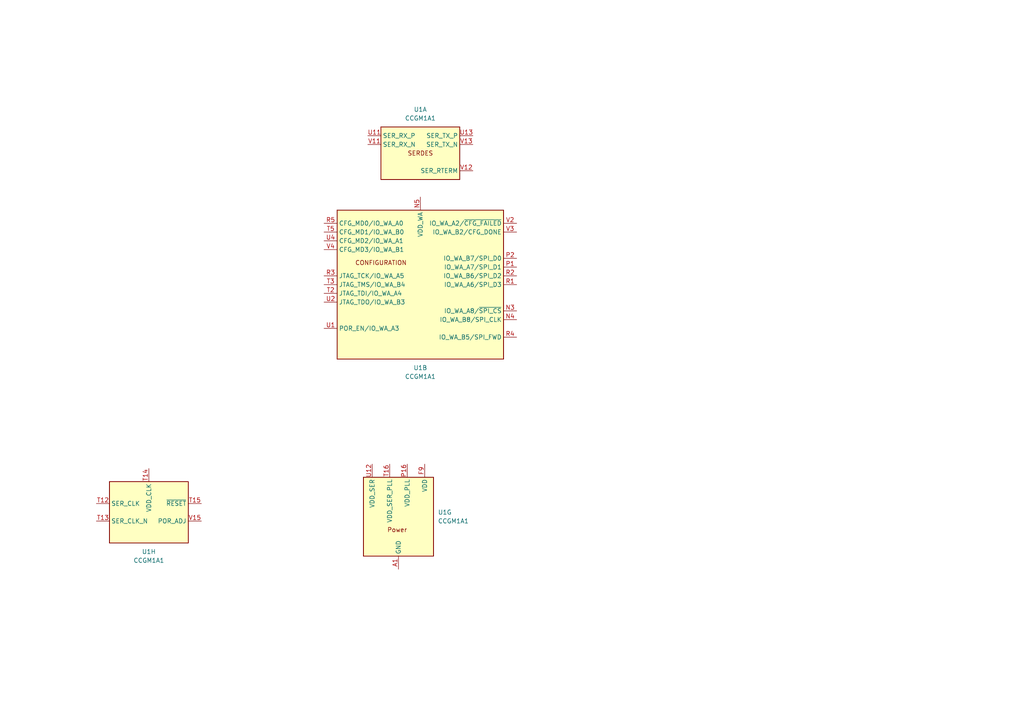
<source format=kicad_sch>
(kicad_sch (version 20250114) (generator "eeschema") (generator_version "9.0")
  (paper "A4")
  (lib_symbols
    (symbol "Connector:SODIMM-200_Split"
      (property "Reference" "J" (at 0 1.27 0))
      (property "Value" "SODIMM-200_Split" (at 0 -1.27 0))
      (symbol "SODIMM-200_Split_1_1"
        (rectangle (start -12.7 25.4) (end 12.7 -26.67) (fill (type background)))
        (pin passive line (at -17.78 22.86 0) (length 5.08) (name "1") (number "1"))
        (pin passive line (at -17.78 20.32 0) (length 5.08) (name "3") (number "3"))
        (pin passive line (at -17.78 17.78 0) (length 5.08) (name "5") (number "5"))
        (pin passive line (at -17.78 15.24 0) (length 5.08) (name "7") (number "7"))
        (pin passive line (at -17.78 12.7 0) (length 5.08) (name "9") (number "9"))
        (pin passive line (at -17.78 10.16 0) (length 5.08) (name "11") (number "11"))
        (pin passive line (at -17.78 7.62 0) (length 5.08) (name "13") (number "13"))
        (pin passive line (at -17.78 5.08 0) (length 5.08) (name "15") (number "15"))
        (pin passive line (at -17.78 2.54 0) (length 5.08) (name "17") (number "17"))
        (pin passive line (at -17.78 0 0) (length 5.08) (name "19") (number "19"))
        (pin passive line (at -17.78 -2.54 0) (length 5.08) (name "21") (number "21"))
        (pin passive line (at -17.78 -5.08 0) (length 5.08) (name "23") (number "23"))
        (pin passive line (at -17.78 -7.62 0) (length 5.08) (name "25") (number "25"))
        (pin passive line (at -17.78 -10.16 0) (length 5.08) (name "27") (number "27"))
        (pin passive line (at -17.78 -12.7 0) (length 5.08) (name "29") (number "29"))
        (pin passive line (at -17.78 -15.24 0) (length 5.08) (name "31") (number "31"))
        (pin passive line (at -17.78 -17.78 0) (length 5.08) (name "33") (number "33"))
        (pin passive line (at -17.78 -20.32 0) (length 5.08) (name "35") (number "35"))
        (pin passive line (at -17.78 -22.86 0) (length 5.08) (name "37") (number "37"))
        (pin passive line (at -17.78 -25.4 0) (length 5.08) (name "39") (number "39"))
        (pin passive line (at 17.78 22.86 180) (length 5.08) (name "2") (number "2"))
        (pin passive line (at 17.78 20.32 180) (length 5.08) (name "4") (number "4"))
        (pin passive line (at 17.78 17.78 180) (length 5.08) (name "6") (number "6"))
        (pin passive line (at 17.78 15.24 180) (length 5.08) (name "8") (number "8"))
        (pin passive line (at 17.78 12.7 180) (length 5.08) (name "10") (number "10"))
        (pin passive line (at 17.78 10.16 180) (length 5.08) (name "12") (number "12"))
        (pin passive line (at 17.78 7.62 180) (length 5.08) (name "14") (number "14"))
        (pin passive line (at 17.78 5.08 180) (length 5.08) (name "16") (number "16"))
        (pin passive line (at 17.78 2.54 180) (length 5.08) (name "18") (number "18"))
        (pin passive line (at 17.78 0 180) (length 5.08) (name "20") (number "20"))
        (pin passive line (at 17.78 -2.54 180) (length 5.08) (name "22") (number "22"))
        (pin passive line (at 17.78 -5.08 180) (length 5.08) (name "24") (number "24"))
        (pin passive line (at 17.78 -7.62 180) (length 5.08) (name "26") (number "26"))
        (pin passive line (at 17.78 -10.16 180) (length 5.08) (name "28") (number "28"))
        (pin passive line (at 17.78 -12.7 180) (length 5.08) (name "30") (number "30"))
        (pin passive line (at 17.78 -15.24 180) (length 5.08) (name "32") (number "32"))
        (pin passive line (at 17.78 -17.78 180) (length 5.08) (name "34") (number "34"))
        (pin passive line (at 17.78 -20.32 180) (length 5.08) (name "36") (number "36"))
        (pin passive line (at 17.78 -22.86 180) (length 5.08) (name "38") (number "38"))
        (pin passive line (at 17.78 -25.4 180) (length 5.08) (name "40") (number "40"))
      )
      (symbol "SODIMM-200_Split_2_1"
        (rectangle (start -12.7 -26.67) (end 12.7 24.13) (fill (type background)))
        (pin passive line (at -17.78 22.86 0) (length 5.08) (name "41") (number "41"))
        (pin passive line (at -17.78 20.32 0) (length 5.08) (name "43") (number "43"))
        (pin passive line (at -17.78 17.78 0) (length 5.08) (name "45") (number "45"))
        (pin passive line (at -17.78 15.24 0) (length 5.08) (name "47") (number "47"))
        (pin passive line (at -17.78 12.7 0) (length 5.08) (name "49") (number "49"))
        (pin passive line (at -17.78 10.16 0) (length 5.08) (name "51") (number "51"))
        (pin passive line (at -17.78 7.62 0) (length 5.08) (name "53") (number "53"))
        (pin passive line (at -17.78 5.08 0) (length 5.08) (name "55") (number "55"))
        (pin passive line (at -17.78 2.54 0) (length 5.08) (name "57") (number "57"))
        (pin passive line (at -17.78 0 0) (length 5.08) (name "59") (number "59"))
        (pin passive line (at -17.78 -2.54 0) (length 5.08) (name "61") (number "61"))
        (pin passive line (at -17.78 -5.08 0) (length 5.08) (name "63") (number "63"))
        (pin passive line (at -17.78 -7.62 0) (length 5.08) (name "65") (number "65"))
        (pin passive line (at -17.78 -10.16 0) (length 5.08) (name "67") (number "67"))
        (pin passive line (at -17.78 -12.7 0) (length 5.08) (name "69") (number "69"))
        (pin passive line (at -17.78 -15.24 0) (length 5.08) (name "71") (number "71"))
        (pin passive line (at -17.78 -17.78 0) (length 5.08) (name "73") (number "73"))
        (pin passive line (at -17.78 -20.32 0) (length 5.08) (name "75") (number "75"))
        (pin passive line (at -17.78 -22.86 0) (length 5.08) (name "77") (number "77"))
        (pin passive line (at -17.78 -25.4 0) (length 5.08) (name "79") (number "79"))
        (pin passive line (at 17.78 22.86 180) (length 5.08) (name "42") (number "42"))
        (pin passive line (at 17.78 20.32 180) (length 5.08) (name "44") (number "44"))
        (pin passive line (at 17.78 17.78 180) (length 5.08) (name "46") (number "46"))
        (pin passive line (at 17.78 15.24 180) (length 5.08) (name "48") (number "48"))
        (pin passive line (at 17.78 12.7 180) (length 5.08) (name "50") (number "50"))
        (pin passive line (at 17.78 10.16 180) (length 5.08) (name "52") (number "52"))
        (pin passive line (at 17.78 7.62 180) (length 5.08) (name "54") (number "54"))
        (pin passive line (at 17.78 5.08 180) (length 5.08) (name "56") (number "56"))
        (pin passive line (at 17.78 2.54 180) (length 5.08) (name "58") (number "58"))
        (pin passive line (at 17.78 0 180) (length 5.08) (name "60") (number "60"))
        (pin passive line (at 17.78 -2.54 180) (length 5.08) (name "62") (number "62"))
        (pin passive line (at 17.78 -5.08 180) (length 5.08) (name "64") (number "64"))
        (pin passive line (at 17.78 -7.62 180) (length 5.08) (name "66") (number "66"))
        (pin passive line (at 17.78 -10.16 180) (length 5.08) (name "68") (number "68"))
        (pin passive line (at 17.78 -12.7 180) (length 5.08) (name "70") (number "70"))
        (pin passive line (at 17.78 -15.24 180) (length 5.08) (name "72") (number "72"))
        (pin passive line (at 17.78 -17.78 180) (length 5.08) (name "74") (number "74"))
        (pin passive line (at 17.78 -20.32 180) (length 5.08) (name "76") (number "76"))
        (pin passive line (at 17.78 -22.86 180) (length 5.08) (name "78") (number "78"))
        (pin passive line (at 17.78 -25.4 180) (length 5.08) (name "80") (number "80"))
      )
      (symbol "SODIMM-200_Split_3_1"
        (rectangle (start -12.7 24.13) (end 12.7 -26.67) (fill (type background)))
        (pin passive line (at -17.78 22.86 0) (length 5.08) (name "81") (number "81"))
        (pin passive line (at -17.78 20.32 0) (length 5.08) (name "83") (number "83"))
        (pin passive line (at -17.78 17.78 0) (length 5.08) (name "85") (number "85"))
        (pin passive line (at -17.78 15.24 0) (length 5.08) (name "87") (number "87"))
        (pin passive line (at -17.78 12.7 0) (length 5.08) (name "89") (number "89"))
        (pin passive line (at -17.78 10.16 0) (length 5.08) (name "91") (number "91"))
        (pin passive line (at -17.78 7.62 0) (length 5.08) (name "93") (number "93"))
        (pin passive line (at -17.78 5.08 0) (length 5.08) (name "95") (number "95"))
        (pin passive line (at -17.78 2.54 0) (length 5.08) (name "97") (number "97"))
        (pin passive line (at -17.78 0 0) (length 5.08) (name "99") (number "99"))
        (pin passive line (at -17.78 -2.54 0) (length 5.08) (name "101") (number "101"))
        (pin passive line (at -17.78 -5.08 0) (length 5.08) (name "103") (number "103"))
        (pin passive line (at -17.78 -7.62 0) (length 5.08) (name "105") (number "105"))
        (pin passive line (at -17.78 -10.16 0) (length 5.08) (name "107") (number "107"))
        (pin passive line (at -17.78 -12.7 0) (length 5.08) (name "109") (number "109"))
        (pin passive line (at -17.78 -15.24 0) (length 5.08) (name "111") (number "111"))
        (pin passive line (at -17.78 -17.78 0) (length 5.08) (name "113") (number "113"))
        (pin passive line (at -17.78 -20.32 0) (length 5.08) (name "115") (number "115"))
        (pin passive line (at -17.78 -22.86 0) (length 5.08) (name "117") (number "117"))
        (pin passive line (at -17.78 -25.4 0) (length 5.08) (name "119") (number "119"))
        (pin passive line (at 17.78 22.86 180) (length 5.08) (name "82") (number "82"))
        (pin passive line (at 17.78 20.32 180) (length 5.08) (name "84") (number "84"))
        (pin passive line (at 17.78 17.78 180) (length 5.08) (name "86") (number "86"))
        (pin passive line (at 17.78 15.24 180) (length 5.08) (name "88") (number "88"))
        (pin passive line (at 17.78 12.7 180) (length 5.08) (name "90") (number "90"))
        (pin passive line (at 17.78 10.16 180) (length 5.08) (name "92") (number "92"))
        (pin passive line (at 17.78 7.62 180) (length 5.08) (name "94") (number "94"))
        (pin passive line (at 17.78 5.08 180) (length 5.08) (name "96") (number "96"))
        (pin passive line (at 17.78 2.54 180) (length 5.08) (name "98") (number "98"))
        (pin passive line (at 17.78 0 180) (length 5.08) (name "100") (number "100"))
        (pin passive line (at 17.78 -2.54 180) (length 5.08) (name "102") (number "102"))
        (pin passive line (at 17.78 -5.08 180) (length 5.08) (name "104") (number "104"))
        (pin passive line (at 17.78 -7.62 180) (length 5.08) (name "106") (number "106"))
        (pin passive line (at 17.78 -10.16 180) (length 5.08) (name "108") (number "108"))
        (pin passive line (at 17.78 -12.7 180) (length 5.08) (name "110") (number "110"))
        (pin passive line (at 17.78 -15.24 180) (length 5.08) (name "112") (number "112"))
        (pin passive line (at 17.78 -17.78 180) (length 5.08) (name "114") (number "114"))
        (pin passive line (at 17.78 -20.32 180) (length 5.08) (name "116") (number "116"))
        (pin passive line (at 17.78 -22.86 180) (length 5.08) (name "118") (number "118"))
        (pin passive line (at 17.78 -25.4 180) (length 5.08) (name "120") (number "120"))
      )
      (symbol "SODIMM-200_Split_4_1"
        (rectangle (start -12.7 24.13) (end 12.7 -26.67) (fill (type background)))
        (pin passive line (at -17.78 22.86 0) (length 5.08) (name "121") (number "121"))
        (pin passive line (at -17.78 20.32 0) (length 5.08) (name "123") (number "123"))
        (pin passive line (at -17.78 17.78 0) (length 5.08) (name "125") (number "125"))
        (pin passive line (at -17.78 15.24 0) (length 5.08) (name "127") (number "127"))
        (pin passive line (at -17.78 12.7 0) (length 5.08) (name "129") (number "129"))
        (pin passive line (at -17.78 10.16 0) (length 5.08) (name "131") (number "131"))
        (pin passive line (at -17.78 7.62 0) (length 5.08) (name "133") (number "133"))
        (pin passive line (at -17.78 5.08 0) (length 5.08) (name "135") (number "135"))
        (pin passive line (at -17.78 2.54 0) (length 5.08) (name "137") (number "137"))
        (pin passive line (at -17.78 0 0) (length 5.08) (name "139") (number "139"))
        (pin passive line (at -17.78 -2.54 0) (length 5.08) (name "141") (number "141"))
        (pin passive line (at -17.78 -5.08 0) (length 5.08) (name "143") (number "143"))
        (pin passive line (at -17.78 -7.62 0) (length 5.08) (name "145") (number "145"))
        (pin passive line (at -17.78 -10.16 0) (length 5.08) (name "147") (number "147"))
        (pin passive line (at -17.78 -12.7 0) (length 5.08) (name "149") (number "149"))
        (pin passive line (at -17.78 -15.24 0) (length 5.08) (name "151") (number "151"))
        (pin passive line (at -17.78 -17.78 0) (length 5.08) (name "153") (number "153"))
        (pin passive line (at -17.78 -20.32 0) (length 5.08) (name "155") (number "155"))
        (pin passive line (at -17.78 -22.86 0) (length 5.08) (name "157") (number "157"))
        (pin passive line (at -17.78 -25.4 0) (length 5.08) (name "159") (number "159"))
        (pin passive line (at 17.78 22.86 180) (length 5.08) (name "122") (number "122"))
        (pin passive line (at 17.78 20.32 180) (length 5.08) (name "124") (number "124"))
        (pin passive line (at 17.78 17.78 180) (length 5.08) (name "126") (number "126"))
        (pin passive line (at 17.78 15.24 180) (length 5.08) (name "128") (number "128"))
        (pin passive line (at 17.78 12.7 180) (length 5.08) (name "130") (number "130"))
        (pin passive line (at 17.78 10.16 180) (length 5.08) (name "132") (number "132"))
        (pin passive line (at 17.78 7.62 180) (length 5.08) (name "134") (number "134"))
        (pin passive line (at 17.78 5.08 180) (length 5.08) (name "136") (number "136"))
        (pin passive line (at 17.78 2.54 180) (length 5.08) (name "138") (number "138"))
        (pin passive line (at 17.78 0 180) (length 5.08) (name "140") (number "140"))
        (pin passive line (at 17.78 -2.54 180) (length 5.08) (name "142") (number "142"))
        (pin passive line (at 17.78 -5.08 180) (length 5.08) (name "144") (number "144"))
        (pin passive line (at 17.78 -7.62 180) (length 5.08) (name "146") (number "146"))
        (pin passive line (at 17.78 -10.16 180) (length 5.08) (name "148") (number "148"))
        (pin passive line (at 17.78 -12.7 180) (length 5.08) (name "150") (number "150"))
        (pin passive line (at 17.78 -15.24 180) (length 5.08) (name "152") (number "152"))
        (pin passive line (at 17.78 -17.78 180) (length 5.08) (name "154") (number "154"))
        (pin passive line (at 17.78 -20.32 180) (length 5.08) (name "156") (number "156"))
        (pin passive line (at 17.78 -22.86 180) (length 5.08) (name "158") (number "158"))
        (pin passive line (at 17.78 -25.4 180) (length 5.08) (name "160") (number "160"))
      )
      (symbol "SODIMM-200_Split_5_1"
        (rectangle (start -12.7 24.13) (end 12.7 -27.94) (fill (type background)))
        (pin passive line (at -17.78 22.86 0) (length 5.08) (name "161") (number "161"))
        (pin passive line (at -17.78 20.32 0) (length 5.08) (name "163") (number "163"))
        (pin passive line (at -17.78 17.78 0) (length 5.08) (name "165") (number "165"))
        (pin passive line (at -17.78 15.24 0) (length 5.08) (name "167") (number "167"))
        (pin passive line (at -17.78 12.7 0) (length 5.08) (name "169") (number "169"))
        (pin passive line (at -17.78 10.16 0) (length 5.08) (name "171") (number "171"))
        (pin passive line (at -17.78 7.62 0) (length 5.08) (name "173") (number "173"))
        (pin passive line (at -17.78 5.08 0) (length 5.08) (name "175") (number "175"))
        (pin passive line (at -17.78 2.54 0) (length 5.08) (name "177") (number "177"))
        (pin passive line (at -17.78 0 0) (length 5.08) (name "179") (number "179"))
        (pin passive line (at -17.78 -2.54 0) (length 5.08) (name "181") (number "181"))
        (pin passive line (at -17.78 -5.08 0) (length 5.08) (name "183") (number "183"))
        (pin passive line (at -17.78 -7.62 0) (length 5.08) (name "185") (number "185"))
        (pin passive line (at -17.78 -10.16 0) (length 5.08) (name "187") (number "187"))
        (pin passive line (at -17.78 -12.7 0) (length 5.08) (name "189") (number "189"))
        (pin passive line (at -17.78 -15.24 0) (length 5.08) (name "191") (number "191"))
        (pin passive line (at -17.78 -17.78 0) (length 5.08) (name "193") (number "193"))
        (pin passive line (at -17.78 -20.32 0) (length 5.08) (name "195") (number "195"))
        (pin passive line (at -17.78 -22.86 0) (length 5.08) (name "197") (number "197"))
        (pin passive line (at -17.78 -25.4 0) (length 5.08) (name "199") (number "199"))
        (pin passive line (at 17.78 22.86 180) (length 5.08) (name "162") (number "162"))
        (pin passive line (at 17.78 20.32 180) (length 5.08) (name "164") (number "164"))
        (pin passive line (at 17.78 17.78 180) (length 5.08) (name "166") (number "166"))
        (pin passive line (at 17.78 15.24 180) (length 5.08) (name "168") (number "168"))
        (pin passive line (at 17.78 12.7 180) (length 5.08) (name "170") (number "170"))
        (pin passive line (at 17.78 10.16 180) (length 5.08) (name "172") (number "172"))
        (pin passive line (at 17.78 7.62 180) (length 5.08) (name "174") (number "174"))
        (pin passive line (at 17.78 5.08 180) (length 5.08) (name "176") (number "176"))
        (pin passive line (at 17.78 2.54 180) (length 5.08) (name "178") (number "178"))
        (pin passive line (at 17.78 0 180) (length 5.08) (name "180") (number "180"))
        (pin passive line (at 17.78 -2.54 180) (length 5.08) (name "182") (number "182"))
        (pin passive line (at 17.78 -5.08 180) (length 5.08) (name "184") (number "184"))
        (pin passive line (at 17.78 -7.62 180) (length 5.08) (name "186") (number "186"))
        (pin passive line (at 17.78 -10.16 180) (length 5.08) (name "188") (number "188"))
        (pin passive line (at 17.78 -12.7 180) (length 5.08) (name "190") (number "190"))
        (pin passive line (at 17.78 -15.24 180) (length 5.08) (name "192") (number "192"))
        (pin passive line (at 17.78 -17.78 180) (length 5.08) (name "194") (number "194"))
        (pin passive line (at 17.78 -20.32 180) (length 5.08) (name "196") (number "196"))
        (pin passive line (at 17.78 -22.86 180) (length 5.08) (name "198") (number "198"))
        (pin passive line (at 17.78 -25.4 180) (length 5.08) (name "200") (number "200"))
      )
    )
    (symbol "FPGA_CologneChip_GateMate:CCGM1A1"
      (property "Reference" "U" (at -12.7 8.89 0))
      (property "Value" "CCGM1A1" (at 11.43 8.89 0))
      (symbol "CCGM1A1_1_1"
        (rectangle (start -11.43 7.62) (end 11.43 -7.62) (stroke (width 0.254)) (fill (type background)))
        (text "SERDES" (at 0 0 0) (effects (font (size 1.27 1.27))))
        (pin input line (at -15.24 5.08 0) (length 3.81) (name "SER_RX_P") (number "U11"))
        (pin input line (at -15.24 2.54 0) (length 3.81) (name "SER_RX_N") (number "V11"))
        (pin output line (at 15.24 5.08 180) (length 3.81) (name "SER_TX_P") (number "U13"))
        (pin output line (at 15.24 2.54 180) (length 3.81) (name "SER_TX_N") (number "V13"))
        (pin passive line (at 15.24 -5.08 180) (length 3.81) (name "SER_RTERM") (number "V12"))
      )
      (symbol "CCGM1A1_2_1"
        (rectangle (start 24.13 21.59) (end -24.13 -21.59) (stroke (width 0.254)) (fill (type background)))
        (text "CONFIGURATION" (at -11.43 6.35 0) (effects (font (size 1.27 1.27))))
        (pin bidirectional line (at -27.94 17.78 0) (length 3.81) (name "CFG_MD0/IO_WA_A0") (number "R5"))
        (pin bidirectional line (at -27.94 15.24 0) (length 3.81) (name "CFG_MD1/IO_WA_B0") (number "T5"))
        (pin bidirectional line (at -27.94 12.7 0) (length 3.81) (name "CFG_MD2/IO_WA_A1") (number "U4"))
        (pin bidirectional line (at -27.94 10.16 0) (length 3.81) (name "CFG_MD3/IO_WA_B1") (number "V4"))
        (pin bidirectional line (at -27.94 2.54 0) (length 3.81) (name "JTAG_TCK/IO_WA_A5") (number "R3"))
        (pin bidirectional line (at -27.94 0 0) (length 3.81) (name "JTAG_TMS/IO_WA_B4") (number "T3"))
        (pin bidirectional line (at -27.94 -2.54 0) (length 3.81) (name "JTAG_TDI/IO_WA_A4") (number "T2"))
        (pin bidirectional line (at -27.94 -5.08 0) (length 3.81) (name "JTAG_TDO/IO_WA_B3") (number "U2"))
        (pin bidirectional line (at -27.94 -12.7 0) (length 3.81) (name "POR_EN/IO_WA_A3") (number "U1"))
        (pin power_in line (at 0 25.4 270) (length 3.81) (name "VDD_WA") (number "N5"))
        (pin passive line (at 0 25.4 270) (length 3.81) (hide yes) (name "VDD_WA") (number "P3"))
        (pin passive line (at 0 25.4 270) (length 3.81) (hide yes) (name "VDD_WA") (number "P5"))
        (pin passive line (at 0 25.4 270) (length 3.81) (hide yes) (name "VDD_WA") (number "T1"))
        (pin passive line (at 0 25.4 270) (length 3.81) (hide yes) (name "VDD_WA") (number "U3"))
        (pin bidirectional line (at 27.94 17.78 180) (length 3.81) (name "IO_WA_A2/~{CFG_FAILED}") (number "V2"))
        (pin bidirectional line (at 27.94 15.24 180) (length 3.81) (name "IO_WA_B2/CFG_DONE") (number "V3"))
        (pin bidirectional line (at 27.94 7.62 180) (length 3.81) (name "IO_WA_B7/SPI_D0") (number "P2"))
        (pin bidirectional line (at 27.94 5.08 180) (length 3.81) (name "IO_WA_A7/SPI_D1") (number "P1"))
        (pin bidirectional line (at 27.94 2.54 180) (length 3.81) (name "IO_WA_B6/SPI_D2") (number "R2"))
        (pin bidirectional line (at 27.94 0 180) (length 3.81) (name "IO_WA_A6/SPI_D3") (number "R1"))
        (pin bidirectional line (at 27.94 -7.62 180) (length 3.81) (name "IO_WA_A8/~{SPI_CS}") (number "N3"))
        (pin bidirectional line (at 27.94 -10.16 180) (length 3.81) (name "IO_WA_B8/SPI_CLK") (number "N4"))
        (pin bidirectional line (at 27.94 -15.24 180) (length 3.81) (name "IO_WA_B5/SPI_FWD") (number "R4"))
      )
      (symbol "CCGM1A1_3_1"
        (rectangle (start -13.97 -26.67) (end 13.97 26.67) (stroke (width 0.254)) (fill (type background)))
        (text "IO North" (at 0 2.54 0) (effects (font (size 1.27 1.27))))
        (pin bidirectional line (at -17.78 22.86 0) (length 3.81) (name "IO_NA_A0") (number "A3"))
        (pin bidirectional line (at -17.78 20.32 0) (length 3.81) (name "IO_NA_B0") (number "B3"))
        (pin bidirectional line (at -17.78 17.78 0) (length 3.81) (name "IO_NA_A1") (number "A4"))
        (pin bidirectional line (at -17.78 15.24 0) (length 3.81) (name "IO_NA_B1") (number "B4"))
        (pin bidirectional line (at -17.78 12.7 0) (length 3.81) (name "IO_NA_A2") (number "B5"))
        (pin bidirectional line (at -17.78 10.16 0) (length 3.81) (name "IO_NA_B2") (number "C5"))
        (pin bidirectional line (at -17.78 7.62 0) (length 3.81) (name "IO_NA_A3") (number "C6"))
        (pin bidirectional line (at -17.78 5.08 0) (length 3.81) (name "IO_NA_B3") (number "D6"))
        (pin bidirectional line (at -17.78 0 0) (length 3.81) (name "IO_NA_A4") (number "A6"))
        (pin bidirectional line (at -17.78 -2.54 0) (length 3.81) (name "IO_NA_B4") (number "B6"))
        (pin bidirectional line (at -17.78 -5.08 0) (length 3.81) (name "IO_NA_A5") (number "C7"))
        (pin bidirectional line (at -17.78 -7.62 0) (length 3.81) (name "IO_NA_B5") (number "D7"))
        (pin bidirectional line (at -17.78 -10.16 0) (length 3.81) (name "IO_NA_A6") (number "C8"))
        (pin bidirectional line (at -17.78 -12.7 0) (length 3.81) (name "IO_NA_B6") (number "D8"))
        (pin bidirectional line (at -17.78 -15.24 0) (length 3.81) (name "IO_NA_A7") (number "A8"))
        (pin bidirectional line (at -17.78 -17.78 0) (length 3.81) (name "IO_NA_B7") (number "B8"))
        (pin bidirectional line (at -17.78 -20.32 0) (length 3.81) (name "IO_NA_A8") (number "C9"))
        (pin bidirectional line (at -17.78 -22.86 0) (length 3.81) (name "IO_NA_B8") (number "D9"))
        (pin power_in line (at -2.54 30.48 270) (length 3.81) (name "VDD_NA") (number "A5"))
        (pin passive line (at -2.54 30.48 270) (length 3.81) (hide yes) (name "VDD_NA") (number "B7"))
        (pin passive line (at -2.54 30.48 270) (length 3.81) (hide yes) (name "VDD_NA") (number "E6"))
        (pin passive line (at -2.54 30.48 270) (length 3.81) (hide yes) (name "VDD_NA") (number "E8"))
        (pin passive line (at -2.54 30.48 270) (length 3.81) (hide yes) (name "VDD_NA") (number "F7"))
        (pin power_in line (at 2.54 30.48 270) (length 3.81) (name "VDD_NB") (number "B10"))
        (pin passive line (at 2.54 30.48 270) (length 3.81) (hide yes) (name "VDD_NB") (number "B13"))
        (pin passive line (at 2.54 30.48 270) (length 3.81) (hide yes) (name "VDD_NB") (number "E10"))
        (pin passive line (at 2.54 30.48 270) (length 3.81) (hide yes) (name "VDD_NB") (number "E12"))
        (pin passive line (at 2.54 30.48 270) (length 3.81) (hide yes) (name "VDD_NB") (number "F11"))
        (pin bidirectional line (at 17.78 22.86 180) (length 3.81) (name "IO_NB_A0") (number "B9"))
        (pin bidirectional line (at 17.78 20.32 180) (length 3.81) (name "IO_NB_B0") (number "A9"))
        (pin bidirectional line (at 17.78 17.78 180) (length 3.81) (name "IO_NB_A1") (number "D10"))
        (pin bidirectional line (at 17.78 15.24 180) (length 3.81) (name "IO_NB_B1") (number "C10"))
        (pin bidirectional line (at 17.78 12.7 180) (length 3.81) (name "IO_NB_A2") (number "B11"))
        (pin bidirectional line (at 17.78 10.16 180) (length 3.81) (name "IO_NB_B2") (number "A11"))
        (pin bidirectional line (at 17.78 7.62 180) (length 3.81) (name "IO_NB_A3") (number "D11"))
        (pin bidirectional line (at 17.78 5.08 180) (length 3.81) (name "IO_NB_B3") (number "C11"))
        (pin bidirectional line (at 17.78 0 180) (length 3.81) (name "IO_NB_A4") (number "B12"))
        (pin bidirectional line (at 17.78 -2.54 180) (length 3.81) (name "IO_NB_B4") (number "A12"))
        (pin bidirectional line (at 17.78 -5.08 180) (length 3.81) (name "IO_NB_A5") (number "D12"))
        (pin bidirectional line (at 17.78 -7.62 180) (length 3.81) (name "IO_NB_B5") (number "C12"))
        (pin bidirectional line (at 17.78 -10.16 180) (length 3.81) (name "IO_NB_A6") (number "D13"))
        (pin bidirectional line (at 17.78 -12.7 180) (length 3.81) (name "IO_NB_B6") (number "C13"))
        (pin bidirectional line (at 17.78 -15.24 180) (length 3.81) (name "IO_NB_A7") (number "B14"))
        (pin bidirectional line (at 17.78 -17.78 180) (length 3.81) (name "IO_NB_B7") (number "A14"))
        (pin bidirectional line (at 17.78 -20.32 180) (length 3.81) (name "IO_NB_A8") (number "D14"))
        (pin bidirectional line (at 17.78 -22.86 180) (length 3.81) (name "IO_NB_B8") (number "C14"))
      )
      (symbol "CCGM1A1_4_1"
        (rectangle (start -13.97 -26.67) (end 13.97 26.67) (stroke (width 0.254)) (fill (type background)))
        (text "IO East" (at 0 2.54 0) (effects (font (size 1.27 1.27))))
        (pin bidirectional line (at -17.78 22.86 0) (length 3.81) (name "IO_EA_A0") (number "M15"))
        (pin bidirectional line (at -17.78 20.32 0) (length 3.81) (name "IO_EA_B0") (number "M14"))
        (pin bidirectional line (at -17.78 17.78 0) (length 3.81) (name "IO_EA_A1") (number "L16"))
        (pin bidirectional line (at -17.78 15.24 0) (length 3.81) (name "IO_EA_B1") (number "L15"))
        (pin bidirectional line (at -17.78 12.7 0) (length 3.81) (name "IO_EA_A2") (number "K18"))
        (pin bidirectional line (at -17.78 10.16 0) (length 3.81) (name "IO_EA_B2") (number "K17"))
        (pin bidirectional line (at -17.78 7.62 0) (length 3.81) (name "IO_EA_A3") (number "K16"))
        (pin bidirectional line (at -17.78 5.08 0) (length 3.81) (name "IO_EA_B3") (number "K15"))
        (pin bidirectional line (at -17.78 0 0) (length 3.81) (name "IO_EA_A4") (number "J18"))
        (pin bidirectional line (at -17.78 -2.54 0) (length 3.81) (name "IO_EA_B4") (number "J17"))
        (pin bidirectional line (at -17.78 -5.08 0) (length 3.81) (name "IO_EA_A5") (number "J16"))
        (pin bidirectional line (at -17.78 -7.62 0) (length 3.81) (name "IO_EA_B5") (number "J15"))
        (pin bidirectional line (at -17.78 -10.16 0) (length 3.81) (name "IO_EA_A6") (number "H16"))
        (pin bidirectional line (at -17.78 -12.7 0) (length 3.81) (name "IO_EA_B6") (number "H15"))
        (pin bidirectional line (at -17.78 -15.24 0) (length 3.81) (name "IO_EA_A7") (number "G18"))
        (pin bidirectional line (at -17.78 -17.78 0) (length 3.81) (name "IO_EA_B7") (number "G17"))
        (pin bidirectional line (at -17.78 -20.32 0) (length 3.81) (name "IO_EA_A8") (number "G16"))
        (pin bidirectional line (at -17.78 -22.86 0) (length 3.81) (name "IO_EA_B8") (number "G15"))
        (pin power_in line (at -2.54 30.48 270) (length 3.81) (name "VDD_EA") (number "G14"))
        (pin passive line (at -2.54 30.48 270) (length 3.81) (hide yes) (name "VDD_EA") (number "H17"))
        (pin passive line (at -2.54 30.48 270) (length 3.81) (hide yes) (name "VDD_EA") (number "J14"))
        (pin passive line (at -2.54 30.48 270) (length 3.81) (hide yes) (name "VDD_EA") (number "L14"))
        (pin passive line (at -2.54 30.48 270) (length 3.81) (hide yes) (name "VDD_EA") (number "L17"))
        (pin power_in line (at 2.54 30.48 270) (length 3.81) (name "VDD_EB") (number "A16"))
        (pin passive line (at 2.54 30.48 270) (length 3.81) (hide yes) (name "VDD_EB") (number "B18"))
        (pin passive line (at 2.54 30.48 270) (length 3.81) (hide yes) (name "VDD_EB") (number "E14"))
        (pin passive line (at 2.54 30.48 270) (length 3.81) (hide yes) (name "VDD_EB") (number "E17"))
        (pin passive line (at 2.54 30.48 270) (length 3.81) (hide yes) (name "VDD_EB") (number "F13"))
        (pin bidirectional line (at 17.78 22.86 180) (length 3.81) (name "IO_EB_A0") (number "F18"))
        (pin bidirectional line (at 17.78 20.32 180) (length 3.81) (name "IO_EB_B0") (number "F17"))
        (pin bidirectional line (at 17.78 17.78 180) (length 3.81) (name "IO_EB_A1") (number "F16"))
        (pin bidirectional line (at 17.78 15.24 180) (length 3.81) (name "IO_EB_B1") (number "F15"))
        (pin bidirectional line (at 17.78 12.7 180) (length 3.81) (name "IO_EB_A2") (number "D18"))
        (pin bidirectional line (at 17.78 10.16 180) (length 3.81) (name "IO_EB_B2") (number "D17"))
        (pin bidirectional line (at 17.78 7.62 180) (length 3.81) (name "IO_EB_A3") (number "E16"))
        (pin bidirectional line (at 17.78 5.08 180) (length 3.81) (name "IO_EB_B3") (number "E15"))
        (pin bidirectional line (at 17.78 0 180) (length 3.81) (name "IO_EB_A4") (number "C18"))
        (pin bidirectional line (at 17.78 -2.54 180) (length 3.81) (name "IO_EB_B4") (number "C17"))
        (pin bidirectional line (at 17.78 -5.08 180) (length 3.81) (name "IO_EB_A5") (number "B17"))
        (pin bidirectional line (at 17.78 -7.62 180) (length 3.81) (name "IO_EB_B5") (number "A17"))
        (pin bidirectional line (at 17.78 -10.16 180) (length 3.81) (name "IO_EB_A6") (number "D16"))
        (pin bidirectional line (at 17.78 -12.7 180) (length 3.81) (name "IO_EB_B6") (number "C16"))
        (pin bidirectional line (at 17.78 -15.24 180) (length 3.81) (name "IO_EB_A7") (number "D15"))
        (pin bidirectional line (at 17.78 -17.78 180) (length 3.81) (name "IO_EB_B7") (number "C15"))
        (pin bidirectional line (at 17.78 -20.32 180) (length 3.81) (name "IO_EB_A8") (number "B15"))
        (pin bidirectional line (at 17.78 -22.86 180) (length 3.81) (name "IO_EB_B8") (number "A15"))
      )
      (symbol "CCGM1A1_5_1"
        (rectangle (start -13.97 -26.67) (end 13.97 26.67) (stroke (width 0.254)) (fill (type background)))
        (text "IO South" (at 0 2.54 0) (effects (font (size 1.27 1.27))))
        (pin bidirectional line (at -17.78 22.86 0) (length 3.81) (name "IO_SA_A0") (number "U5"))
        (pin bidirectional line (at -17.78 20.32 0) (length 3.81) (name "IO_SA_B0") (number "V5"))
        (pin bidirectional line (at -17.78 17.78 0) (length 3.81) (name "IO_SA_A1") (number "R6"))
        (pin bidirectional line (at -17.78 15.24 0) (length 3.81) (name "IO_SA_B1") (number "T6"))
        (pin bidirectional line (at -17.78 12.7 0) (length 3.81) (name "IO_SA_A2") (number "R7"))
        (pin bidirectional line (at -17.78 10.16 0) (length 3.81) (name "IO_SA_B2") (number "T7"))
        (pin bidirectional line (at -17.78 7.62 0) (length 3.81) (name "IO_SA_A3") (number "U7"))
        (pin bidirectional line (at -17.78 5.08 0) (length 3.81) (name "IO_SA_B3") (number "V7"))
        (pin bidirectional line (at -17.78 0 0) (length 3.81) (name "IO_SA_A4") (number "R8"))
        (pin bidirectional line (at -17.78 -2.54 0) (length 3.81) (name "IO_SA_B4") (number "T8"))
        (pin bidirectional line (at -17.78 -5.08 0) (length 3.81) (name "IO_SA_A5") (number "U8"))
        (pin bidirectional line (at -17.78 -7.62 0) (length 3.81) (name "IO_SA_B5") (number "V8"))
        (pin bidirectional line (at -17.78 -10.16 0) (length 3.81) (name "IO_SA_A6") (number "R9"))
        (pin bidirectional line (at -17.78 -12.7 0) (length 3.81) (name "IO_SA_B6") (number "T9"))
        (pin bidirectional line (at -17.78 -15.24 0) (length 3.81) (name "IO_SA_A7") (number "R10"))
        (pin bidirectional line (at -17.78 -17.78 0) (length 3.81) (name "IO_SA_B7") (number "T10"))
        (pin bidirectional line (at -17.78 -20.32 0) (length 3.81) (name "IO_SA_A8") (number "U10"))
        (pin bidirectional line (at -17.78 -22.86 0) (length 3.81) (name "IO_SA_B8") (number "V10"))
        (pin passive line (at -2.54 30.48 270) (length 3.81) (hide yes) (name "VDD_SA") (number "P10"))
        (pin power_in line (at -2.54 30.48 270) (length 3.81) (name "VDD_SA") (number "P6"))
        (pin passive line (at -2.54 30.48 270) (length 3.81) (hide yes) (name "VDD_SA") (number "P8"))
        (pin passive line (at -2.54 30.48 270) (length 3.81) (hide yes) (name "VDD_SA") (number "U6"))
        (pin passive line (at -2.54 30.48 270) (length 3.81) (hide yes) (name "VDD_SA") (number "U9"))
        (pin power_in line (at 2.54 30.48 270) (length 3.81) (name "VDD_SB") (number "N11"))
        (pin passive line (at 2.54 30.48 270) (length 3.81) (hide yes) (name "VDD_SB") (number "N13"))
        (pin passive line (at 2.54 30.48 270) (length 3.81) (hide yes) (name "VDD_SB") (number "N18"))
        (pin passive line (at 2.54 30.48 270) (length 3.81) (hide yes) (name "VDD_SB") (number "R15"))
        (pin passive line (at 2.54 30.48 270) (length 3.81) (hide yes) (name "VDD_SB") (number "T18"))
        (pin bidirectional line (at 17.78 22.86 180) (length 3.81) (name "IO_SB_A0") (number "U17"))
        (pin bidirectional line (at 17.78 20.32 180) (length 3.81) (name "IO_SB_B0") (number "U18"))
        (pin bidirectional line (at 17.78 17.78 180) (length 3.81) (name "IO_SB_A1") (number "R17"))
        (pin bidirectional line (at 17.78 15.24 180) (length 3.81) (name "IO_SB_B1") (number "R18"))
        (pin bidirectional line (at 17.78 12.7 180) (length 3.81) (name "IO_SB_A2") (number "P17"))
        (pin bidirectional line (at 17.78 10.16 180) (length 3.81) (name "IO_SB_B2") (number "P18"))
        (pin bidirectional line (at 17.78 7.62 180) (length 3.81) (name "IO_SB_A3") (number "M17"))
        (pin bidirectional line (at 17.78 5.08 180) (length 3.81) (name "IO_SB_B3") (number "M18"))
        (pin bidirectional line (at 17.78 0 180) (length 3.81) (name "IO_SB_A4") (number "P11"))
        (pin bidirectional line (at 17.78 -2.54 180) (length 3.81) (name "IO_SB_B4") (number "R11"))
        (pin bidirectional line (at 17.78 -5.08 180) (length 3.81) (name "CLK3/IO_SB_A5") (number "R13"))
        (pin bidirectional line (at 17.78 -7.62 180) (length 3.81) (name "IO_SB_B5") (number "R14"))
        (pin bidirectional line (at 17.78 -10.16 180) (length 3.81) (name "CLK2/IO_SB_A6") (number "P14"))
        (pin bidirectional line (at 17.78 -12.7 180) (length 3.81) (name "IO_SB_B6") (number "P15"))
        (pin bidirectional line (at 17.78 -15.24 180) (length 3.81) (name "CLK1/IO_SB_A7") (number "P12"))
        (pin bidirectional line (at 17.78 -17.78 180) (length 3.81) (name "IO_SB_B7") (number "P13"))
        (pin bidirectional line (at 17.78 -20.32 180) (length 3.81) (name "CLK0/IO_SB_A8") (number "N14"))
        (pin bidirectional line (at 17.78 -22.86 180) (length 3.81) (name "IO_SB_B8") (number "N15"))
      )
      (symbol "CCGM1A1_6_1"
        (rectangle (start -13.97 -26.67) (end 13.97 26.67) (stroke (width 0.254)) (fill (type background)))
        (text "IO West" (at 0 2.54 0) (effects (font (size 1.27 1.27))))
        (pin bidirectional line (at -17.78 22.86 0) (length 3.81) (name "IO_WB_A0") (number "N1"))
        (pin bidirectional line (at -17.78 20.32 0) (length 3.81) (name "IO_WB_B0") (number "N2"))
        (pin bidirectional line (at -17.78 17.78 0) (length 3.81) (name "IO_WB_A1") (number "M3"))
        (pin bidirectional line (at -17.78 15.24 0) (length 3.81) (name "IO_WB_B1") (number "M4"))
        (pin bidirectional line (at -17.78 12.7 0) (length 3.81) (name "IO_WB_A2") (number "L3"))
        (pin bidirectional line (at -17.78 10.16 0) (length 3.81) (name "IO_WB_B2") (number "L4"))
        (pin bidirectional line (at -17.78 7.62 0) (length 3.81) (name "IO_WB_A3") (number "L1"))
        (pin bidirectional line (at -17.78 5.08 0) (length 3.81) (name "IO_WB_B3") (number "L2"))
        (pin bidirectional line (at -17.78 0 0) (length 3.81) (name "IO_WB_A4") (number "K3"))
        (pin bidirectional line (at -17.78 -2.54 0) (length 3.81) (name "IO_WB_B4") (number "K4"))
        (pin bidirectional line (at -17.78 -5.08 0) (length 3.81) (name "IO_WB_A5") (number "K1"))
        (pin bidirectional line (at -17.78 -7.62 0) (length 3.81) (name "IO_WB_B5") (number "K2"))
        (pin bidirectional line (at -17.78 -10.16 0) (length 3.81) (name "IO_WB_A6") (number "J3"))
        (pin bidirectional line (at -17.78 -12.7 0) (length 3.81) (name "IO_WB_B6") (number "J4"))
        (pin bidirectional line (at -17.78 -15.24 0) (length 3.81) (name "IO_WB_A7") (number "H1"))
        (pin bidirectional line (at -17.78 -17.78 0) (length 3.81) (name "IO_WB_B7") (number "H2"))
        (pin bidirectional line (at -17.78 -20.32 0) (length 3.81) (name "IO_WB_A8") (number "H3"))
        (pin bidirectional line (at -17.78 -22.86 0) (length 3.81) (name "IO_WB_B8") (number "H4"))
        (pin power_in line (at -2.54 30.48 270) (length 3.81) (name "VDD_WB") (number "H5"))
        (pin passive line (at -2.54 30.48 270) (length 3.81) (hide yes) (name "VDD_WB") (number "J2"))
        (pin passive line (at -2.54 30.48 270) (length 3.81) (hide yes) (name "VDD_WB") (number "K5"))
        (pin passive line (at -2.54 30.48 270) (length 3.81) (hide yes) (name "VDD_WB") (number "M2"))
        (pin passive line (at -2.54 30.48 270) (length 3.81) (hide yes) (name "VDD_WB") (number "M5"))
        (pin power_in line (at 2.54 30.48 270) (length 3.81) (name "VDD_WC") (number "A2"))
        (pin passive line (at 2.54 30.48 270) (length 3.81) (hide yes) (name "VDD_WC") (number "C2"))
        (pin passive line (at 2.54 30.48 270) (length 3.81) (hide yes) (name "VDD_WC") (number "D5"))
        (pin passive line (at 2.54 30.48 270) (length 3.81) (hide yes) (name "VDD_WC") (number "F2"))
        (pin passive line (at 2.54 30.48 270) (length 3.81) (hide yes) (name "VDD_WC") (number "F5"))
        (pin bidirectional line (at 17.78 22.86 180) (length 3.81) (name "IO_WC_A0") (number "G1"))
        (pin bidirectional line (at 17.78 20.32 180) (length 3.81) (name "IO_WC_B0") (number "G2"))
        (pin bidirectional line (at 17.78 17.78 180) (length 3.81) (name "IO_WC_A1") (number "G3"))
        (pin bidirectional line (at 17.78 15.24 180) (length 3.81) (name "IO_WC_B1") (number "G4"))
        (pin bidirectional line (at 17.78 12.7 180) (length 3.81) (name "IO_WC_A2") (number "F3"))
        (pin bidirectional line (at 17.78 10.16 180) (length 3.81) (name "IO_WC_B2") (number "F4"))
        (pin bidirectional line (at 17.78 7.62 180) (length 3.81) (name "IO_WC_A3") (number "E1"))
        (pin bidirectional line (at 17.78 5.08 180) (length 3.81) (name "IO_WC_B3") (number "E2"))
        (pin bidirectional line (at 17.78 0 180) (length 3.81) (name "IO_WC_A4") (number "E3"))
        (pin bidirectional line (at 17.78 -2.54 180) (length 3.81) (name "IO_WC_B4") (number "E4"))
        (pin bidirectional line (at 17.78 -5.08 180) (length 3.81) (name "IO_WC_A5") (number "D1"))
        (pin bidirectional line (at 17.78 -7.62 180) (length 3.81) (name "IO_WC_B5") (number "D2"))
        (pin bidirectional line (at 17.78 -10.16 180) (length 3.81) (name "IO_WC_A6") (number "D3"))
        (pin bidirectional line (at 17.78 -12.7 180) (length 3.81) (name "IO_WC_B6") (number "D4"))
        (pin bidirectional line (at 17.78 -15.24 180) (length 3.81) (name "IO_WC_A7") (number "C3"))
        (pin bidirectional line (at 17.78 -17.78 180) (length 3.81) (name "IO_WC_B7") (number "C4"))
        (pin bidirectional line (at 17.78 -20.32 180) (length 3.81) (name "IO_WC_A8") (number "B1"))
        (pin bidirectional line (at 17.78 -22.86 180) (length 3.81) (name "IO_WC_B8") (number "B2"))
      )
      (symbol "CCGM1A1_7_1"
        (rectangle (start -10.16 11.43) (end 10.16 -11.43) (stroke (width 0.254)) (fill (type background)))
        (text "Power" (at 2.54 -3.81 0) (effects (font (size 1.27 1.27)) (justify right)))
        (pin power_in line (at -7.62 15.24 270) (length 3.81) (name "VDD_SER") (number "U12"))
        (pin passive line (at -7.62 15.24 270) (length 3.81) (hide yes) (name "VDD_SER") (number "V17"))
        (pin power_in line (at -2.54 15.24 270) (length 3.81) (name "VDD_SER_PLL") (number "T16"))
        (pin power_in line (at 0 -15.24 90) (length 3.81) (name "GND") (number "A1"))
        (pin passive line (at 0 -15.24 90) (length 3.81) (hide yes) (name "GND") (number "A10"))
        (pin passive line (at 0 -15.24 90) (length 3.81) (hide yes) (name "GND") (number "A13"))
        (pin passive line (at 0 -15.24 90) (length 3.81) (hide yes) (name "GND") (number "A18"))
        (pin passive line (at 0 -15.24 90) (length 3.81) (hide yes) (name "GND") (number "A7"))
        (pin passive line (at 0 -15.24 90) (length 3.81) (hide yes) (name "GND") (number "B16"))
        (pin passive line (at 0 -15.24 90) (length 3.81) (hide yes) (name "GND") (number "C1"))
        (pin passive line (at 0 -15.24 90) (length 3.81) (hide yes) (name "GND") (number "E11"))
        (pin passive line (at 0 -15.24 90) (length 3.81) (hide yes) (name "GND") (number "E13"))
        (pin passive line (at 0 -15.24 90) (length 3.81) (hide yes) (name "GND") (number "E18"))
        (pin passive line (at 0 -15.24 90) (length 3.81) (hide yes) (name "GND") (number "E5"))
        (pin passive line (at 0 -15.24 90) (length 3.81) (hide yes) (name "GND") (number "E7"))
        (pin passive line (at 0 -15.24 90) (length 3.81) (hide yes) (name "GND") (number "E9"))
        (pin passive line (at 0 -15.24 90) (length 3.81) (hide yes) (name "GND") (number "F1"))
        (pin passive line (at 0 -15.24 90) (length 3.81) (hide yes) (name "GND") (number "F10"))
        (pin passive line (at 0 -15.24 90) (length 3.81) (hide yes) (name "GND") (number "F12"))
        (pin passive line (at 0 -15.24 90) (length 3.81) (hide yes) (name "GND") (number "F14"))
        (pin passive line (at 0 -15.24 90) (length 3.81) (hide yes) (name "GND") (number "F6"))
        (pin passive line (at 0 -15.24 90) (length 3.81) (hide yes) (name "GND") (number "F8"))
        (pin passive line (at 0 -15.24 90) (length 3.81) (hide yes) (name "GND") (number "G11"))
        (pin passive line (at 0 -15.24 90) (length 3.81) (hide yes) (name "GND") (number "G13"))
        (pin passive line (at 0 -15.24 90) (length 3.81) (hide yes) (name "GND") (number "G5"))
        (pin passive line (at 0 -15.24 90) (length 3.81) (hide yes) (name "GND") (number "G7"))
        (pin passive line (at 0 -15.24 90) (length 3.81) (hide yes) (name "GND") (number "G9"))
        (pin passive line (at 0 -15.24 90) (length 3.81) (hide yes) (name "GND") (number "H10"))
        (pin passive line (at 0 -15.24 90) (length 3.81) (hide yes) (name "GND") (number "H12"))
        (pin passive line (at 0 -15.24 90) (length 3.81) (hide yes) (name "GND") (number "H14"))
        (pin passive line (at 0 -15.24 90) (length 3.81) (hide yes) (name "GND") (number "H18"))
        (pin passive line (at 0 -15.24 90) (length 3.81) (hide yes) (name "GND") (number "H6"))
        (pin passive line (at 0 -15.24 90) (length 3.81) (hide yes) (name "GND") (number "H8"))
        (pin passive line (at 0 -15.24 90) (length 3.81) (hide yes) (name "GND") (number "J1"))
        (pin passive line (at 0 -15.24 90) (length 3.81) (hide yes) (name "GND") (number "J11"))
        (pin passive line (at 0 -15.24 90) (length 3.81) (hide yes) (name "GND") (number "J13"))
        (pin passive line (at 0 -15.24 90) (length 3.81) (hide yes) (name "GND") (number "J5"))
        (pin passive line (at 0 -15.24 90) (length 3.81) (hide yes) (name "GND") (number "J7"))
        (pin passive line (at 0 -15.24 90) (length 3.81) (hide yes) (name "GND") (number "J9"))
        (pin passive line (at 0 -15.24 90) (length 3.81) (hide yes) (name "GND") (number "K10"))
        (pin passive line (at 0 -15.24 90) (length 3.81) (hide yes) (name "GND") (number "K12"))
        (pin passive line (at 0 -15.24 90) (length 3.81) (hide yes) (name "GND") (number "K14"))
        (pin passive line (at 0 -15.24 90) (length 3.81) (hide yes) (name "GND") (number "K6"))
        (pin passive line (at 0 -15.24 90) (length 3.81) (hide yes) (name "GND") (number "K8"))
        (pin passive line (at 0 -15.24 90) (length 3.81) (hide yes) (name "GND") (number "L11"))
        (pin passive line (at 0 -15.24 90) (length 3.81) (hide yes) (name "GND") (number "L13"))
        (pin passive line (at 0 -15.24 90) (length 3.81) (hide yes) (name "GND") (number "L18"))
        (pin passive line (at 0 -15.24 90) (length 3.81) (hide yes) (name "GND") (number "L5"))
        (pin passive line (at 0 -15.24 90) (length 3.81) (hide yes) (name "GND") (number "L7"))
        (pin passive line (at 0 -15.24 90) (length 3.81) (hide yes) (name "GND") (number "L9"))
        (pin passive line (at 0 -15.24 90) (length 3.81) (hide yes) (name "GND") (number "M1"))
        (pin passive line (at 0 -15.24 90) (length 3.81) (hide yes) (name "GND") (number "M10"))
        (pin passive line (at 0 -15.24 90) (length 3.81) (hide yes) (name "GND") (number "M12"))
        (pin passive line (at 0 -15.24 90) (length 3.81) (hide yes) (name "GND") (number "M16"))
        (pin passive line (at 0 -15.24 90) (length 3.81) (hide yes) (name "GND") (number "M6"))
        (pin passive line (at 0 -15.24 90) (length 3.81) (hide yes) (name "GND") (number "M8"))
        (pin passive line (at 0 -15.24 90) (length 3.81) (hide yes) (name "GND") (number "N12"))
        (pin passive line (at 0 -15.24 90) (length 3.81) (hide yes) (name "GND") (number "N17"))
        (pin passive line (at 0 -15.24 90) (length 3.81) (hide yes) (name "GND") (number "N7"))
        (pin passive line (at 0 -15.24 90) (length 3.81) (hide yes) (name "GND") (number "N9"))
        (pin passive line (at 0 -15.24 90) (length 3.81) (hide yes) (name "GND") (number "P4"))
        (pin passive line (at 0 -15.24 90) (length 3.81) (hide yes) (name "GND") (number "P7"))
        (pin passive line (at 0 -15.24 90) (length 3.81) (hide yes) (name "GND") (number "P9"))
        (pin passive line (at 0 -15.24 90) (length 3.81) (hide yes) (name "GND") (number "R12"))
        (pin passive line (at 0 -15.24 90) (length 3.81) (hide yes) (name "GND") (number "R16"))
        (pin passive line (at 0 -15.24 90) (length 3.81) (hide yes) (name "GND") (number "T11"))
        (pin passive line (at 0 -15.24 90) (length 3.81) (hide yes) (name "GND") (number "T17"))
        (pin passive line (at 0 -15.24 90) (length 3.81) (hide yes) (name "GND") (number "T4"))
        (pin passive line (at 0 -15.24 90) (length 3.81) (hide yes) (name "GND") (number "U14"))
        (pin passive line (at 0 -15.24 90) (length 3.81) (hide yes) (name "GND") (number "U15"))
        (pin passive line (at 0 -15.24 90) (length 3.81) (hide yes) (name "GND") (number "U16"))
        (pin passive line (at 0 -15.24 90) (length 3.81) (hide yes) (name "GND") (number "V1"))
        (pin passive line (at 0 -15.24 90) (length 3.81) (hide yes) (name "GND") (number "V14"))
        (pin passive line (at 0 -15.24 90) (length 3.81) (hide yes) (name "GND") (number "V16"))
        (pin passive line (at 0 -15.24 90) (length 3.81) (hide yes) (name "GND") (number "V18"))
        (pin passive line (at 0 -15.24 90) (length 3.81) (hide yes) (name "GND") (number "V6"))
        (pin passive line (at 0 -15.24 90) (length 3.81) (hide yes) (name "GND") (number "V9"))
        (pin power_in line (at 2.54 15.24 270) (length 3.81) (name "VDD_PLL") (number "P16"))
        (pin power_in line (at 7.62 15.24 270) (length 3.81) (name "VDD") (number "F9"))
        (pin passive line (at 7.62 15.24 270) (length 3.81) (hide yes) (name "VDD") (number "G10"))
        (pin passive line (at 7.62 15.24 270) (length 3.81) (hide yes) (name "VDD") (number "G12"))
        (pin passive line (at 7.62 15.24 270) (length 3.81) (hide yes) (name "VDD") (number "G6"))
        (pin passive line (at 7.62 15.24 270) (length 3.81) (hide yes) (name "VDD") (number "G8"))
        (pin passive line (at 7.62 15.24 270) (length 3.81) (hide yes) (name "VDD") (number "H11"))
        (pin passive line (at 7.62 15.24 270) (length 3.81) (hide yes) (name "VDD") (number "H13"))
        (pin passive line (at 7.62 15.24 270) (length 3.81) (hide yes) (name "VDD") (number "H7"))
        (pin passive line (at 7.62 15.24 270) (length 3.81) (hide yes) (name "VDD") (number "H9"))
        (pin passive line (at 7.62 15.24 270) (length 3.81) (hide yes) (name "VDD") (number "J10"))
        (pin passive line (at 7.62 15.24 270) (length 3.81) (hide yes) (name "VDD") (number "J12"))
        (pin passive line (at 7.62 15.24 270) (length 3.81) (hide yes) (name "VDD") (number "J6"))
        (pin passive line (at 7.62 15.24 270) (length 3.81) (hide yes) (name "VDD") (number "J8"))
        (pin passive line (at 7.62 15.24 270) (length 3.81) (hide yes) (name "VDD") (number "K11"))
        (pin passive line (at 7.62 15.24 270) (length 3.81) (hide yes) (name "VDD") (number "K13"))
        (pin passive line (at 7.62 15.24 270) (length 3.81) (hide yes) (name "VDD") (number "K7"))
        (pin passive line (at 7.62 15.24 270) (length 3.81) (hide yes) (name "VDD") (number "K9"))
        (pin passive line (at 7.62 15.24 270) (length 3.81) (hide yes) (name "VDD") (number "L10"))
        (pin passive line (at 7.62 15.24 270) (length 3.81) (hide yes) (name "VDD") (number "L12"))
        (pin passive line (at 7.62 15.24 270) (length 3.81) (hide yes) (name "VDD") (number "L6"))
        (pin passive line (at 7.62 15.24 270) (length 3.81) (hide yes) (name "VDD") (number "L8"))
        (pin passive line (at 7.62 15.24 270) (length 3.81) (hide yes) (name "VDD") (number "M11"))
        (pin passive line (at 7.62 15.24 270) (length 3.81) (hide yes) (name "VDD") (number "M13"))
        (pin passive line (at 7.62 15.24 270) (length 3.81) (hide yes) (name "VDD") (number "M7"))
        (pin passive line (at 7.62 15.24 270) (length 3.81) (hide yes) (name "VDD") (number "M9"))
        (pin passive line (at 7.62 15.24 270) (length 3.81) (hide yes) (name "VDD") (number "N10"))
        (pin passive line (at 7.62 15.24 270) (length 3.81) (hide yes) (name "VDD") (number "N6"))
        (pin passive line (at 7.62 15.24 270) (length 3.81) (hide yes) (name "VDD") (number "N8"))
        (pin no_connect line (at 10.16 -7.62 180) (length 3.81) (hide yes) (name "NC") (number "N16"))
      )
      (symbol "CCGM1A1_8_1"
        (rectangle (start -11.43 8.89) (end 11.43 -8.89) (stroke (width 0.254)) (fill (type background)))
        (pin input line (at -15.24 2.54 0) (length 3.81) (name "SER_CLK") (number "T12"))
        (pin input line (at -15.24 -2.54 0) (length 3.81) (name "SER_CLK_N") (number "T13"))
        (pin power_in line (at 0 12.7 270) (length 3.81) (name "VDD_CLK") (number "T14"))
        (pin input line (at 15.24 2.54 180) (length 3.81) (name "~{RESET}") (number "T15"))
        (pin passive line (at 15.24 -2.54 180) (length 3.81) (name "POR_ADJ") (number "V15"))
      )
    )
  )
  (wire (pts (xy 509.27 13.97) (xy 482.6 13.97)))
  (hierarchical_label "CLK0" (shape input) (at 509.27 13.97 0))
  (symbol (lib_id "FPGA_CologneChip_GateMate:CCGM1A1") (at 355.6 -39.37 0) (unit 4)
    (property "Reference" "U1" (at 355.6 -10.16 0))
    (property "Value" "CCGM1A1" (at 355.6 -7.62 0))
    (property "Footprint" "Package_BGA:BGA-324_15.0x15.0mm_Layout18x18_P0.8mm_Ball0.45mm_Pad0.4mm_NSMD" (effects (hide yes)))
    (property "Datasheet" "https://colognechip.com/docs/ds1001-gatemate1-datasheet-2022-05.pdf" (effects (hide yes)))
    (property "Description" "Cologne Chip GateMate FPGA, BGA-324" (effects (hide yes)))
  )
  (symbol (lib_id "Connector:SODIMM-200_Split") (at 510.54 88.9 0) (unit 4)
    (property "Reference" "J2" (at 510.54 59.69 0))
    (property "Value" "SODIMM-200_Split" (at 510.54 62.23 0))
    (property "Footprint" "Connector_PCBEdge:SODIMM-200_1.8V_Card_edge" (effects (hide yes)))
    (property "Description" "SODIMM 200 Pin socket" (effects (hide yes)))
  )
  (symbol (lib_id "FPGA_CologneChip_GateMate:CCGM1A1") (at 121.92 44.45 0) (unit 1)
    (property "Reference" "U1" (at 121.92 31.75 0))
    (property "Value" "CCGM1A1" (at 121.92 34.29 0))
    (property "Footprint" "Package_BGA:BGA-324_15.0x15.0mm_Layout18x18_P0.8mm_Ball0.45mm_Pad0.4mm_NSMD" (effects (hide yes)))
    (property "Datasheet" "https://colognechip.com/docs/ds1001-gatemate1-datasheet-2022-05.pdf" (effects (hide yes)))
    (property "Description" "Cologne Chip GateMate FPGA, BGA-324" (effects (hide yes)))
  )
  (symbol (lib_id "FPGA_CologneChip_GateMate:CCGM1A1") (at 43.18 148.59 0) (unit 8)
    (property "Reference" "U1" (at 43.18 160.02 0))
    (property "Value" "CCGM1A1" (at 43.18 162.56 0))
    (property "Footprint" "Package_BGA:BGA-324_15.0x15.0mm_Layout18x18_P0.8mm_Ball0.45mm_Pad0.4mm_NSMD" (effects (hide yes)))
    (property "Datasheet" "https://colognechip.com/docs/ds1001-gatemate1-datasheet-2022-05.pdf" (effects (hide yes)))
    (property "Description" "Cologne Chip GateMate FPGA, BGA-324" (effects (hide yes)))
  )
  (symbol (lib_id "Connector:SODIMM-200_Split") (at 556.26 -26.67 0) (unit 3)
    (property "Reference" "J2" (at 556.26 -55.88 0))
    (property "Value" "SODIMM-200_Split" (at 556.26 -53.34 0))
    (property "Footprint" "Connector_PCBEdge:SODIMM-200_1.8V_Card_edge" (effects (hide yes)))
    (property "Description" "SODIMM 200 Pin socket" (effects (hide yes)))
  )
  (symbol (lib_id "FPGA_CologneChip_GateMate:CCGM1A1") (at 458.47 85.09 0) (unit 6)
    (property "Reference" "U1" (at 458.47 114.3 0))
    (property "Value" "CCGM1A1" (at 458.47 116.84 0))
    (property "Footprint" "Package_BGA:BGA-324_15.0x15.0mm_Layout18x18_P0.8mm_Ball0.45mm_Pad0.4mm_NSMD" (effects (hide yes)))
    (property "Datasheet" "https://colognechip.com/docs/ds1001-gatemate1-datasheet-2022-05.pdf" (effects (hide yes)))
    (property "Description" "Cologne Chip GateMate FPGA, BGA-324" (effects (hide yes)))
  )
  (symbol (lib_id "Connector:SODIMM-200_Split") (at 377.19 160.02 0) (unit 2)
    (property "Reference" "J2" (at 377.19 130.81 0))
    (property "Value" "SODIMM-200_Split" (at 377.19 133.35 0))
    (property "Footprint" "Connector_PCBEdge:SODIMM-200_1.8V_Card_edge" (effects (hide yes)))
    (property "Description" "SODIMM 200 Pin socket" (effects (hide yes)))
  )
  (symbol (lib_id "FPGA_CologneChip_GateMate:CCGM1A1") (at 426.72 180.34 0) (unit 3)
    (property "Reference" "U1" (at 426.72 209.55 0))
    (property "Value" "CCGM1A1" (at 426.72 212.09 0))
    (property "Footprint" "Package_BGA:BGA-324_15.0x15.0mm_Layout18x18_P0.8mm_Ball0.45mm_Pad0.4mm_NSMD" (effects (hide yes)))
    (property "Datasheet" "https://colognechip.com/docs/ds1001-gatemate1-datasheet-2022-05.pdf" (effects (hide yes)))
    (property "Description" "Cologne Chip GateMate FPGA, BGA-324" (effects (hide yes)))
  )
  (symbol (lib_id "FPGA_CologneChip_GateMate:CCGM1A1") (at 115.57 149.86 0) (unit 7)
    (property "Reference" "U1" (at 127 148.5899 0) (effects (justify left)))
    (property "Value" "CCGM1A1" (at 127 151.1299 0) (effects (justify left)))
    (property "Footprint" "Package_BGA:BGA-324_15.0x15.0mm_Layout18x18_P0.8mm_Ball0.45mm_Pad0.4mm_NSMD" (effects (hide yes)))
    (property "Datasheet" "https://colognechip.com/docs/ds1001-gatemate1-datasheet-2022-05.pdf" (effects (hide yes)))
    (property "Description" "Cologne Chip GateMate FPGA, BGA-324" (effects (hide yes)))
  )
  (symbol (lib_id "FPGA_CologneChip_GateMate:CCGM1A1") (at 464.82 -6.35 0) (unit 5)
    (property "Reference" "U1" (at 464.82 22.86 0))
    (property "Value" "CCGM1A1" (at 464.82 25.4 0))
    (property "Footprint" "Package_BGA:BGA-324_15.0x15.0mm_Layout18x18_P0.8mm_Ball0.45mm_Pad0.4mm_NSMD" (effects (hide yes)))
    (property "Datasheet" "https://colognechip.com/docs/ds1001-gatemate1-datasheet-2022-05.pdf" (effects (hide yes)))
    (property "Description" "Cologne Chip GateMate FPGA, BGA-324" (effects (hide yes)))
  )
  (symbol (lib_id "Connector:SODIMM-200_Split") (at 410.21 -40.64 0) (unit 1)
    (property "Reference" "J2" (at 410.21 -71.12 0))
    (property "Value" "SODIMM-200_Split" (at 410.21 -68.58 0))
    (property "Footprint" "Connector_PCBEdge:SODIMM-200_1.8V_Card_edge" (effects (hide yes)))
    (property "Description" "SODIMM 200 Pin socket" (effects (hide yes)))
  )
  (symbol (lib_id "FPGA_CologneChip_GateMate:CCGM1A1") (at 121.92 82.55 0) (unit 2)
    (property "Reference" "U1" (at 121.92 106.68 0))
    (property "Value" "CCGM1A1" (at 121.92 109.22 0))
    (property "Footprint" "Package_BGA:BGA-324_15.0x15.0mm_Layout18x18_P0.8mm_Ball0.45mm_Pad0.4mm_NSMD" (effects (hide yes)))
    (property "Datasheet" "https://colognechip.com/docs/ds1001-gatemate1-datasheet-2022-05.pdf" (effects (hide yes)))
    (property "Description" "Cologne Chip GateMate FPGA, BGA-324" (effects (hide yes)))
  )
)
</source>
